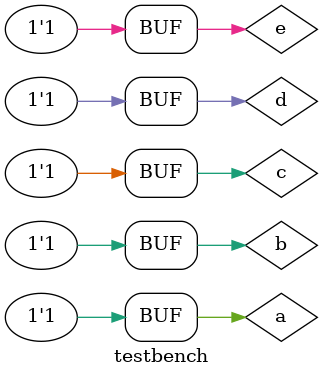
<source format=sv>
module testbench;
    reg a, b, c, d, e;
    wire y;

    func2 dut(a, b, c, d, e, y);

    initial begin
        a = 1'b0; b = 1'b0; c = 1'b0; d = 1'b0; e = 1'b0; #10;
        a = 1'b1; b = 1'b0; c = 1'b0; d = 1'b0; e = 1'b0; #10;
        a = 1'b0; b = 1'b1; c = 1'b0; d = 1'b0; e = 1'b0; #10;
        a = 1'b0; b = 1'b0; c = 1'b1; d = 1'b0; e = 1'b0; #10;
        a = 1'b0; b = 1'b0; c = 1'b0; d = 1'b1; e = 1'b0; #10;
        a = 1'b0; b = 1'b0; c = 1'b0; d = 1'b0; e = 1'b1; #10;
        a = 1'b1; b = 1'b1; c = 1'b1; d = 1'b1; e = 1'b1; #10;
    end
endmodule

</source>
